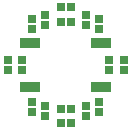
<source format=gbr>
G04 Layer_Color=8388736*
%FSLAX25Y25*%
%MOIN*%
%TF.FileFunction,Soldermask,Top*%
%TF.Part,Single*%
G01*
G75*
%TA.AperFunction,SMDPad*%
%ADD19R,0.02959X0.02762*%
%TA.AperFunction,SMDPad*%
%ADD20R,0.02959X0.02959*%
%TA.AperFunction,SMDPad*%
%ADD21R,0.02959X0.02959*%
%TA.AperFunction,SMDPad*%
%ADD22R,0.06621X0.03550*%
D19*
X347500Y371173D02*
D03*
Y367827D02*
D03*
X361000Y371173D02*
D03*
Y367827D02*
D03*
X343000Y338827D02*
D03*
Y342173D02*
D03*
X343000Y369673D02*
D03*
Y366327D02*
D03*
X361000Y337327D02*
D03*
Y340673D02*
D03*
X347500Y337327D02*
D03*
Y340673D02*
D03*
X365500Y369673D02*
D03*
Y366327D02*
D03*
X365500Y338827D02*
D03*
Y342173D02*
D03*
D20*
X356004Y373721D02*
D03*
X352658D02*
D03*
X356004Y368799D02*
D03*
X352658D02*
D03*
Y334941D02*
D03*
X356004D02*
D03*
X352658Y339863D02*
D03*
X356004D02*
D03*
D21*
X339863Y352658D02*
D03*
Y356004D02*
D03*
X334941Y352658D02*
D03*
Y356004D02*
D03*
X368799D02*
D03*
Y352658D02*
D03*
X373721Y356004D02*
D03*
Y352658D02*
D03*
D22*
X342520Y361614D02*
D03*
X366142D02*
D03*
X342520Y347048D02*
D03*
X366142D02*
D03*
%TF.MD5,09C92CA6D2A71BA38A442E7145304E4B*%
M02*

</source>
